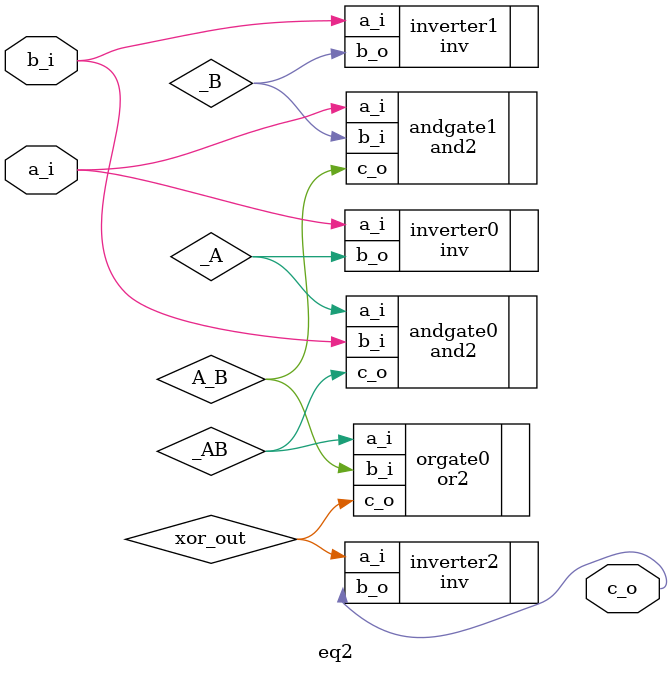
<source format=sv>
module eq2
  (input [0:0] a_i
  ,input [0:0] b_i
  ,output [0:0] c_o);

   // Implement a Two-Input Equality Module (eq2). For full credit you
   // must use the three following modules provided:
   // 
   // Two-Input And Gate:
   // 
   // module and2
   //   (input [0:0] a_i
   //   ,input [0:0] b_i
   //   ,output [0:0] c_o);
   //
   // 
   // Two-Input Or Gate:
   // 
   // module or2
   //   (input [0:0] a_i
   //   ,input [0:0] b_i
   //   ,output [0:0] c_o);
   //
   // Inverter:
   // 
   // module inv
   // (input [0:0] a_i
   // ,output [0:0] b_o);
   //
   // For more information see the the provided_modules directory.
   //
   // Using any behavioral verilog operators will yield zero points
   // for code correctness (but not affect your demonstration grade).
   // You may use assign, instantiate modules, and declare wires.
   //
   // The Truth Table of the eq2 module is as follows:
   // 
   // For simplicity, A = a_i, B = b_i,, C = c_o
   //
   // A | B | C
   // 0 | 0 | 1
   // 0 | 1 | 0
   // 1 | 0 | 0
   // 0 | 1 | 1
   // 
   // Your code here:
   wire A_B;
   wire _AB;
   wire _A;
   wire _B;
   wire xor_out;
   inv inverter0 (.a_i(a_i), .b_o(_A));
   inv inverter1 (.a_i(b_i), .b_o(_B));
   and2 andgate0 (.a_i(_A), .b_i(b_i), .c_o(_AB));
   and2 andgate1 (.a_i(a_i), .b_i(_B), .c_o(A_B));
   or2 orgate0 (.a_i(_AB), .b_i(A_B), .c_o(xor_out));
   inv inverter2 (.a_i(xor_out), .b_o(c_o));

endmodule

</source>
